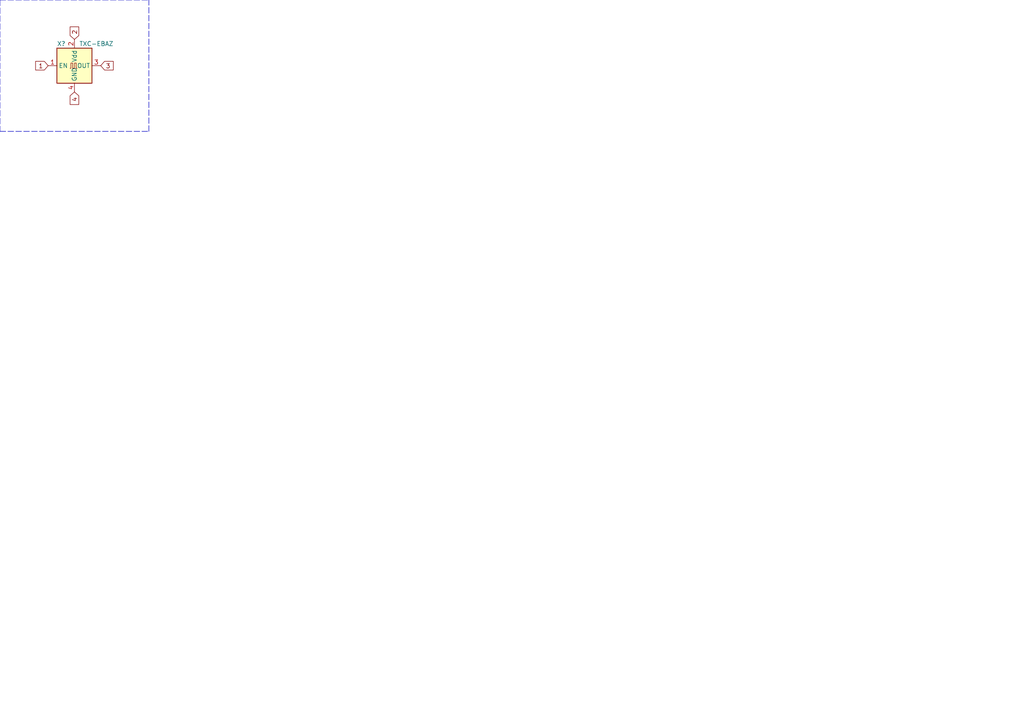
<source format=kicad_sch>
(kicad_sch (version 20201015) (generator eeschema)
  (paper "A4")
  (lib_symbols
    (symbol "ebaz4205:TXC-EBAZ"
      (property "Reference" "X" (at -3.81 6.35 0))
      (property "Value" "TXC-EBAZ" (at 6.35 6.35 0))
      (symbol "TXC-EBAZ_0_1"
        (rectangle (start -5.08 5.08) (end 5.08 -5.08) (stroke (width 0.254)) (fill (type background)))
        (polyline (pts (xy -1.27 -0.762) (xy -1.016 -0.762) (xy -1.016 0.762) (xy -0.508 0.762) (xy -0.508 -0.762) (xy 0 -0.762) (xy 0 0.762) (xy 0.508 0.762) (xy 0.508 -0.762) (xy 0.762 -0.762)))
      )
      (symbol "TXC-EBAZ_1_1"
        (pin input line (at -7.62 0 0) (length 2.54) (name "EN") (number "1"))
        (pin power_in line (at 0 -7.62 90) (length 2.54) (name "GND") (number "4"))
        (pin output line (at 7.62 0 180) (length 2.54) (name "OUT") (number "3"))
        (pin power_in line (at 0 7.62 270) (length 2.54) (name "Vdd") (number "2"))
      )
    )
  )
  (polyline (pts (xy 0 0) (xy 0 38.1)) (stroke (width 0) (type dash)))
  (polyline (pts (xy 0 0) (xy 43.18 0)) (stroke (width 0) (type dash)))
  (polyline (pts (xy 0 38.1) (xy 43.18 38.1)) (stroke (width 0) (type dash)))
  (polyline (pts (xy 43.18 38.1) (xy 43.18 0)) (stroke (width 0) (type dash)))
  (text "D X5\nF .*\nV .*" (at 0 0 0) (effects (font (size 1.27 1.27)) (justify left bottom)))
  (global_label "1" (shape input) (at 13.97 19.05 180) (property "Intersheet References" "${INTERSHEET_REFS}" (effects hide)))
  (global_label "2" (shape input) (at 21.59 11.43 90) (property "Intersheet References" "${INTERSHEET_REFS}" (effects hide)))
  (global_label "4" (shape input) (at 21.59 26.67 270) (property "Intersheet References" "${INTERSHEET_REFS}" (effects hide)))
  (global_label "3" (shape input) (at 29.21 19.05 0) (property "Intersheet References" "${INTERSHEET_REFS}" (effects hide)))
  (symbol (lib_id "ebaz4205:TXC-EBAZ") (at 21.59 19.05 0) (unit 1)
    (property "Reference" "X?" (at 17.78 12.7 0))
    (property "Value" "TXC-EBAZ" (at 27.94 12.7 0))
  )
)
</source>
